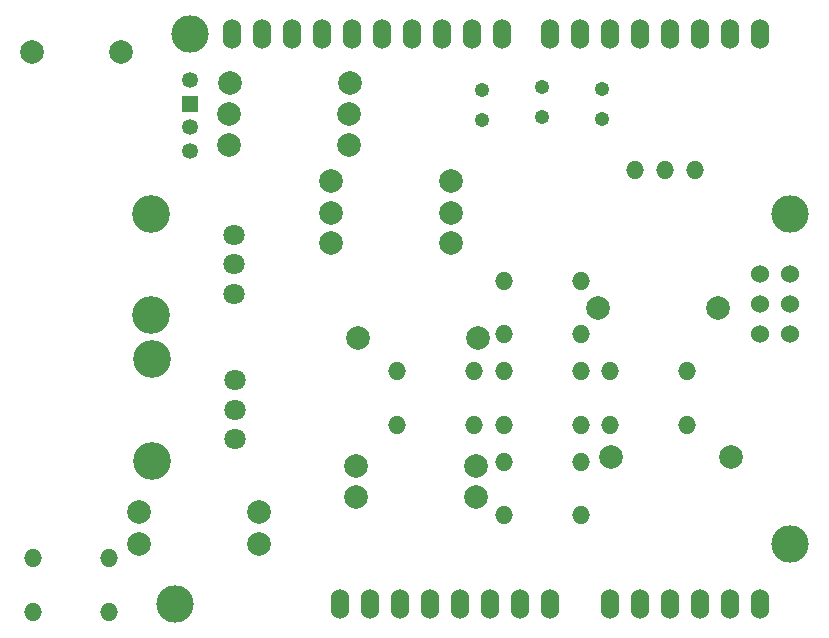
<source format=gbr>
G04 #@! TF.FileFunction,Soldermask,Bot*
%FSLAX46Y46*%
G04 Gerber Fmt 4.6, Leading zero omitted, Abs format (unit mm)*
G04 Created by KiCad (PCBNEW 0.201603210401+6634~43~ubuntu14.04.1-product) date dom 03 abr 2016 21:58:24 CEST*
%MOMM*%
G01*
G04 APERTURE LIST*
%ADD10C,0.100000*%
%ADD11C,1.998980*%
%ADD12O,1.524000X2.540000*%
%ADD13C,3.175000*%
%ADD14C,1.524000*%
%ADD15O,1.524000X1.524000*%
%ADD16C,3.200000*%
%ADD17C,1.800000*%
%ADD18O,1.219200X1.219200*%
%ADD19C,1.351280*%
%ADD20R,1.351280X1.351280*%
%ADD21C,2.000000*%
G04 APERTURE END LIST*
D10*
D11*
X148031200Y-130162300D03*
X137871200Y-130162300D03*
D12*
X190459360Y-135260080D03*
X187919360Y-135260080D03*
X185379360Y-135260080D03*
X177759360Y-135260080D03*
X180299360Y-135260080D03*
X182839360Y-135260080D03*
X172679360Y-135260080D03*
X170139360Y-135260080D03*
X167599360Y-135260080D03*
X162519360Y-135260080D03*
X159979360Y-135260080D03*
X190459360Y-87000080D03*
X187919360Y-87000080D03*
X185379360Y-87000080D03*
X182839360Y-87000080D03*
X180299360Y-87000080D03*
X177759360Y-87000080D03*
X175219360Y-87000080D03*
X172679360Y-87000080D03*
X168615360Y-87000080D03*
X166075360Y-87000080D03*
X163535360Y-87000080D03*
X160995360Y-87000080D03*
X158455360Y-87000080D03*
X155915360Y-87000080D03*
X153375360Y-87000080D03*
X150835360Y-87000080D03*
X165059360Y-135260080D03*
D13*
X192999360Y-130180080D03*
X192999360Y-102240080D03*
X142199360Y-87000080D03*
X140929360Y-135260080D03*
D12*
X148295360Y-87000080D03*
X145755360Y-87000080D03*
X157439360Y-135260080D03*
X154899360Y-135260080D03*
D14*
X190459360Y-107320080D03*
X192999360Y-107320080D03*
X190459360Y-109860080D03*
X192999360Y-109860080D03*
X190459360Y-112400080D03*
X192999360Y-112400080D03*
D15*
X168753790Y-123228100D03*
X175256190Y-123228100D03*
X168753790Y-127749300D03*
X175256190Y-127749300D03*
D11*
X145486120Y-93774260D03*
X155646120Y-93774260D03*
D16*
X138963400Y-123111040D03*
X138963400Y-114511040D03*
D17*
X145963400Y-118811040D03*
X145963400Y-121311040D03*
X145963400Y-116311040D03*
D18*
X166903479Y-91711408D03*
X166903479Y-94251408D03*
X171983479Y-91505889D03*
X171983479Y-94045889D03*
X177063479Y-91624937D03*
X177063479Y-94164937D03*
D19*
X142148414Y-96880774D03*
X142148414Y-90881294D03*
D20*
X142148414Y-92880274D03*
D19*
X142148414Y-94881794D03*
D15*
X179872640Y-98506280D03*
X182412640Y-98506280D03*
X184952640Y-98506280D03*
D11*
X145549620Y-91107260D03*
X155709620Y-91107260D03*
X166423340Y-123583700D03*
X156263340Y-123583700D03*
X176735740Y-110197900D03*
X186895740Y-110197900D03*
X156390340Y-112763300D03*
X166550340Y-112763300D03*
X166423340Y-126199900D03*
X156263340Y-126199900D03*
X177840640Y-122847100D03*
X188000640Y-122847100D03*
D16*
X138912600Y-110794800D03*
X138912600Y-102194800D03*
D17*
X145912600Y-106494800D03*
X145912600Y-108994800D03*
X145912600Y-103994800D03*
D11*
X137858500Y-127457200D03*
X148018500Y-127457200D03*
D15*
X128854200Y-131394200D03*
X135356600Y-131394200D03*
X128854200Y-135915400D03*
X135356600Y-135915400D03*
X168753790Y-115570000D03*
X175256190Y-115570000D03*
X168753790Y-120091200D03*
X175256190Y-120091200D03*
X175256190Y-112433100D03*
X168753790Y-112433100D03*
X175256190Y-107911900D03*
X168753790Y-107911900D03*
X159730440Y-115570000D03*
X166232840Y-115570000D03*
X159730440Y-120091200D03*
X166232840Y-120091200D03*
D11*
X164287200Y-99453700D03*
X154127200Y-99453700D03*
X164287200Y-102123875D03*
X154127200Y-102123875D03*
X164287200Y-104686100D03*
X154127200Y-104686100D03*
X145486120Y-96403160D03*
X155646120Y-96403160D03*
D15*
X177777140Y-115570000D03*
X184279540Y-115570000D03*
X177777140Y-120091200D03*
X184279540Y-120091200D03*
D21*
X128762760Y-88539320D03*
X136362440Y-88539320D03*
M02*

</source>
